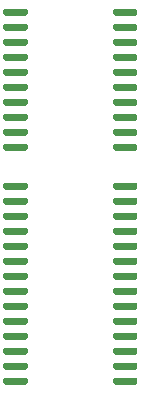
<source format=gbr>
%TF.GenerationSoftware,KiCad,Pcbnew,(5.1.12)-1*%
%TF.CreationDate,2023-02-10T19:32:18+01:00*%
%TF.ProjectId,bigrom,62696772-6f6d-42e6-9b69-6361645f7063,rev?*%
%TF.SameCoordinates,Original*%
%TF.FileFunction,Paste,Top*%
%TF.FilePolarity,Positive*%
%FSLAX46Y46*%
G04 Gerber Fmt 4.6, Leading zero omitted, Abs format (unit mm)*
G04 Created by KiCad (PCBNEW (5.1.12)-1) date 2023-02-10 19:32:18*
%MOMM*%
%LPD*%
G01*
G04 APERTURE LIST*
G04 APERTURE END LIST*
%TO.C,U2*%
G36*
G01*
X146925000Y-113395000D02*
X146925000Y-113095000D01*
G75*
G02*
X147075000Y-112945000I150000J0D01*
G01*
X148825000Y-112945000D01*
G75*
G02*
X148975000Y-113095000I0J-150000D01*
G01*
X148975000Y-113395000D01*
G75*
G02*
X148825000Y-113545000I-150000J0D01*
G01*
X147075000Y-113545000D01*
G75*
G02*
X146925000Y-113395000I0J150000D01*
G01*
G37*
G36*
G01*
X146925000Y-114665000D02*
X146925000Y-114365000D01*
G75*
G02*
X147075000Y-114215000I150000J0D01*
G01*
X148825000Y-114215000D01*
G75*
G02*
X148975000Y-114365000I0J-150000D01*
G01*
X148975000Y-114665000D01*
G75*
G02*
X148825000Y-114815000I-150000J0D01*
G01*
X147075000Y-114815000D01*
G75*
G02*
X146925000Y-114665000I0J150000D01*
G01*
G37*
G36*
G01*
X146925000Y-115935000D02*
X146925000Y-115635000D01*
G75*
G02*
X147075000Y-115485000I150000J0D01*
G01*
X148825000Y-115485000D01*
G75*
G02*
X148975000Y-115635000I0J-150000D01*
G01*
X148975000Y-115935000D01*
G75*
G02*
X148825000Y-116085000I-150000J0D01*
G01*
X147075000Y-116085000D01*
G75*
G02*
X146925000Y-115935000I0J150000D01*
G01*
G37*
G36*
G01*
X146925000Y-117205000D02*
X146925000Y-116905000D01*
G75*
G02*
X147075000Y-116755000I150000J0D01*
G01*
X148825000Y-116755000D01*
G75*
G02*
X148975000Y-116905000I0J-150000D01*
G01*
X148975000Y-117205000D01*
G75*
G02*
X148825000Y-117355000I-150000J0D01*
G01*
X147075000Y-117355000D01*
G75*
G02*
X146925000Y-117205000I0J150000D01*
G01*
G37*
G36*
G01*
X146925000Y-118475000D02*
X146925000Y-118175000D01*
G75*
G02*
X147075000Y-118025000I150000J0D01*
G01*
X148825000Y-118025000D01*
G75*
G02*
X148975000Y-118175000I0J-150000D01*
G01*
X148975000Y-118475000D01*
G75*
G02*
X148825000Y-118625000I-150000J0D01*
G01*
X147075000Y-118625000D01*
G75*
G02*
X146925000Y-118475000I0J150000D01*
G01*
G37*
G36*
G01*
X146925000Y-119745000D02*
X146925000Y-119445000D01*
G75*
G02*
X147075000Y-119295000I150000J0D01*
G01*
X148825000Y-119295000D01*
G75*
G02*
X148975000Y-119445000I0J-150000D01*
G01*
X148975000Y-119745000D01*
G75*
G02*
X148825000Y-119895000I-150000J0D01*
G01*
X147075000Y-119895000D01*
G75*
G02*
X146925000Y-119745000I0J150000D01*
G01*
G37*
G36*
G01*
X146925000Y-121015000D02*
X146925000Y-120715000D01*
G75*
G02*
X147075000Y-120565000I150000J0D01*
G01*
X148825000Y-120565000D01*
G75*
G02*
X148975000Y-120715000I0J-150000D01*
G01*
X148975000Y-121015000D01*
G75*
G02*
X148825000Y-121165000I-150000J0D01*
G01*
X147075000Y-121165000D01*
G75*
G02*
X146925000Y-121015000I0J150000D01*
G01*
G37*
G36*
G01*
X146925000Y-122285000D02*
X146925000Y-121985000D01*
G75*
G02*
X147075000Y-121835000I150000J0D01*
G01*
X148825000Y-121835000D01*
G75*
G02*
X148975000Y-121985000I0J-150000D01*
G01*
X148975000Y-122285000D01*
G75*
G02*
X148825000Y-122435000I-150000J0D01*
G01*
X147075000Y-122435000D01*
G75*
G02*
X146925000Y-122285000I0J150000D01*
G01*
G37*
G36*
G01*
X146925000Y-123555000D02*
X146925000Y-123255000D01*
G75*
G02*
X147075000Y-123105000I150000J0D01*
G01*
X148825000Y-123105000D01*
G75*
G02*
X148975000Y-123255000I0J-150000D01*
G01*
X148975000Y-123555000D01*
G75*
G02*
X148825000Y-123705000I-150000J0D01*
G01*
X147075000Y-123705000D01*
G75*
G02*
X146925000Y-123555000I0J150000D01*
G01*
G37*
G36*
G01*
X146925000Y-124825000D02*
X146925000Y-124525000D01*
G75*
G02*
X147075000Y-124375000I150000J0D01*
G01*
X148825000Y-124375000D01*
G75*
G02*
X148975000Y-124525000I0J-150000D01*
G01*
X148975000Y-124825000D01*
G75*
G02*
X148825000Y-124975000I-150000J0D01*
G01*
X147075000Y-124975000D01*
G75*
G02*
X146925000Y-124825000I0J150000D01*
G01*
G37*
G36*
G01*
X146925000Y-126095000D02*
X146925000Y-125795000D01*
G75*
G02*
X147075000Y-125645000I150000J0D01*
G01*
X148825000Y-125645000D01*
G75*
G02*
X148975000Y-125795000I0J-150000D01*
G01*
X148975000Y-126095000D01*
G75*
G02*
X148825000Y-126245000I-150000J0D01*
G01*
X147075000Y-126245000D01*
G75*
G02*
X146925000Y-126095000I0J150000D01*
G01*
G37*
G36*
G01*
X146925000Y-127365000D02*
X146925000Y-127065000D01*
G75*
G02*
X147075000Y-126915000I150000J0D01*
G01*
X148825000Y-126915000D01*
G75*
G02*
X148975000Y-127065000I0J-150000D01*
G01*
X148975000Y-127365000D01*
G75*
G02*
X148825000Y-127515000I-150000J0D01*
G01*
X147075000Y-127515000D01*
G75*
G02*
X146925000Y-127365000I0J150000D01*
G01*
G37*
G36*
G01*
X146925000Y-128635000D02*
X146925000Y-128335000D01*
G75*
G02*
X147075000Y-128185000I150000J0D01*
G01*
X148825000Y-128185000D01*
G75*
G02*
X148975000Y-128335000I0J-150000D01*
G01*
X148975000Y-128635000D01*
G75*
G02*
X148825000Y-128785000I-150000J0D01*
G01*
X147075000Y-128785000D01*
G75*
G02*
X146925000Y-128635000I0J150000D01*
G01*
G37*
G36*
G01*
X146925000Y-129905000D02*
X146925000Y-129605000D01*
G75*
G02*
X147075000Y-129455000I150000J0D01*
G01*
X148825000Y-129455000D01*
G75*
G02*
X148975000Y-129605000I0J-150000D01*
G01*
X148975000Y-129905000D01*
G75*
G02*
X148825000Y-130055000I-150000J0D01*
G01*
X147075000Y-130055000D01*
G75*
G02*
X146925000Y-129905000I0J150000D01*
G01*
G37*
G36*
G01*
X156225000Y-129905000D02*
X156225000Y-129605000D01*
G75*
G02*
X156375000Y-129455000I150000J0D01*
G01*
X158125000Y-129455000D01*
G75*
G02*
X158275000Y-129605000I0J-150000D01*
G01*
X158275000Y-129905000D01*
G75*
G02*
X158125000Y-130055000I-150000J0D01*
G01*
X156375000Y-130055000D01*
G75*
G02*
X156225000Y-129905000I0J150000D01*
G01*
G37*
G36*
G01*
X156225000Y-128635000D02*
X156225000Y-128335000D01*
G75*
G02*
X156375000Y-128185000I150000J0D01*
G01*
X158125000Y-128185000D01*
G75*
G02*
X158275000Y-128335000I0J-150000D01*
G01*
X158275000Y-128635000D01*
G75*
G02*
X158125000Y-128785000I-150000J0D01*
G01*
X156375000Y-128785000D01*
G75*
G02*
X156225000Y-128635000I0J150000D01*
G01*
G37*
G36*
G01*
X156225000Y-127365000D02*
X156225000Y-127065000D01*
G75*
G02*
X156375000Y-126915000I150000J0D01*
G01*
X158125000Y-126915000D01*
G75*
G02*
X158275000Y-127065000I0J-150000D01*
G01*
X158275000Y-127365000D01*
G75*
G02*
X158125000Y-127515000I-150000J0D01*
G01*
X156375000Y-127515000D01*
G75*
G02*
X156225000Y-127365000I0J150000D01*
G01*
G37*
G36*
G01*
X156225000Y-126095000D02*
X156225000Y-125795000D01*
G75*
G02*
X156375000Y-125645000I150000J0D01*
G01*
X158125000Y-125645000D01*
G75*
G02*
X158275000Y-125795000I0J-150000D01*
G01*
X158275000Y-126095000D01*
G75*
G02*
X158125000Y-126245000I-150000J0D01*
G01*
X156375000Y-126245000D01*
G75*
G02*
X156225000Y-126095000I0J150000D01*
G01*
G37*
G36*
G01*
X156225000Y-124825000D02*
X156225000Y-124525000D01*
G75*
G02*
X156375000Y-124375000I150000J0D01*
G01*
X158125000Y-124375000D01*
G75*
G02*
X158275000Y-124525000I0J-150000D01*
G01*
X158275000Y-124825000D01*
G75*
G02*
X158125000Y-124975000I-150000J0D01*
G01*
X156375000Y-124975000D01*
G75*
G02*
X156225000Y-124825000I0J150000D01*
G01*
G37*
G36*
G01*
X156225000Y-123555000D02*
X156225000Y-123255000D01*
G75*
G02*
X156375000Y-123105000I150000J0D01*
G01*
X158125000Y-123105000D01*
G75*
G02*
X158275000Y-123255000I0J-150000D01*
G01*
X158275000Y-123555000D01*
G75*
G02*
X158125000Y-123705000I-150000J0D01*
G01*
X156375000Y-123705000D01*
G75*
G02*
X156225000Y-123555000I0J150000D01*
G01*
G37*
G36*
G01*
X156225000Y-122285000D02*
X156225000Y-121985000D01*
G75*
G02*
X156375000Y-121835000I150000J0D01*
G01*
X158125000Y-121835000D01*
G75*
G02*
X158275000Y-121985000I0J-150000D01*
G01*
X158275000Y-122285000D01*
G75*
G02*
X158125000Y-122435000I-150000J0D01*
G01*
X156375000Y-122435000D01*
G75*
G02*
X156225000Y-122285000I0J150000D01*
G01*
G37*
G36*
G01*
X156225000Y-121015000D02*
X156225000Y-120715000D01*
G75*
G02*
X156375000Y-120565000I150000J0D01*
G01*
X158125000Y-120565000D01*
G75*
G02*
X158275000Y-120715000I0J-150000D01*
G01*
X158275000Y-121015000D01*
G75*
G02*
X158125000Y-121165000I-150000J0D01*
G01*
X156375000Y-121165000D01*
G75*
G02*
X156225000Y-121015000I0J150000D01*
G01*
G37*
G36*
G01*
X156225000Y-119745000D02*
X156225000Y-119445000D01*
G75*
G02*
X156375000Y-119295000I150000J0D01*
G01*
X158125000Y-119295000D01*
G75*
G02*
X158275000Y-119445000I0J-150000D01*
G01*
X158275000Y-119745000D01*
G75*
G02*
X158125000Y-119895000I-150000J0D01*
G01*
X156375000Y-119895000D01*
G75*
G02*
X156225000Y-119745000I0J150000D01*
G01*
G37*
G36*
G01*
X156225000Y-118475000D02*
X156225000Y-118175000D01*
G75*
G02*
X156375000Y-118025000I150000J0D01*
G01*
X158125000Y-118025000D01*
G75*
G02*
X158275000Y-118175000I0J-150000D01*
G01*
X158275000Y-118475000D01*
G75*
G02*
X158125000Y-118625000I-150000J0D01*
G01*
X156375000Y-118625000D01*
G75*
G02*
X156225000Y-118475000I0J150000D01*
G01*
G37*
G36*
G01*
X156225000Y-117205000D02*
X156225000Y-116905000D01*
G75*
G02*
X156375000Y-116755000I150000J0D01*
G01*
X158125000Y-116755000D01*
G75*
G02*
X158275000Y-116905000I0J-150000D01*
G01*
X158275000Y-117205000D01*
G75*
G02*
X158125000Y-117355000I-150000J0D01*
G01*
X156375000Y-117355000D01*
G75*
G02*
X156225000Y-117205000I0J150000D01*
G01*
G37*
G36*
G01*
X156225000Y-115935000D02*
X156225000Y-115635000D01*
G75*
G02*
X156375000Y-115485000I150000J0D01*
G01*
X158125000Y-115485000D01*
G75*
G02*
X158275000Y-115635000I0J-150000D01*
G01*
X158275000Y-115935000D01*
G75*
G02*
X158125000Y-116085000I-150000J0D01*
G01*
X156375000Y-116085000D01*
G75*
G02*
X156225000Y-115935000I0J150000D01*
G01*
G37*
G36*
G01*
X156225000Y-114665000D02*
X156225000Y-114365000D01*
G75*
G02*
X156375000Y-114215000I150000J0D01*
G01*
X158125000Y-114215000D01*
G75*
G02*
X158275000Y-114365000I0J-150000D01*
G01*
X158275000Y-114665000D01*
G75*
G02*
X158125000Y-114815000I-150000J0D01*
G01*
X156375000Y-114815000D01*
G75*
G02*
X156225000Y-114665000I0J150000D01*
G01*
G37*
G36*
G01*
X156225000Y-113395000D02*
X156225000Y-113095000D01*
G75*
G02*
X156375000Y-112945000I150000J0D01*
G01*
X158125000Y-112945000D01*
G75*
G02*
X158275000Y-113095000I0J-150000D01*
G01*
X158275000Y-113395000D01*
G75*
G02*
X158125000Y-113545000I-150000J0D01*
G01*
X156375000Y-113545000D01*
G75*
G02*
X156225000Y-113395000I0J150000D01*
G01*
G37*
%TD*%
%TO.C,U1*%
G36*
G01*
X146925000Y-98685000D02*
X146925000Y-98385000D01*
G75*
G02*
X147075000Y-98235000I150000J0D01*
G01*
X148825000Y-98235000D01*
G75*
G02*
X148975000Y-98385000I0J-150000D01*
G01*
X148975000Y-98685000D01*
G75*
G02*
X148825000Y-98835000I-150000J0D01*
G01*
X147075000Y-98835000D01*
G75*
G02*
X146925000Y-98685000I0J150000D01*
G01*
G37*
G36*
G01*
X146925000Y-99955000D02*
X146925000Y-99655000D01*
G75*
G02*
X147075000Y-99505000I150000J0D01*
G01*
X148825000Y-99505000D01*
G75*
G02*
X148975000Y-99655000I0J-150000D01*
G01*
X148975000Y-99955000D01*
G75*
G02*
X148825000Y-100105000I-150000J0D01*
G01*
X147075000Y-100105000D01*
G75*
G02*
X146925000Y-99955000I0J150000D01*
G01*
G37*
G36*
G01*
X146925000Y-101225000D02*
X146925000Y-100925000D01*
G75*
G02*
X147075000Y-100775000I150000J0D01*
G01*
X148825000Y-100775000D01*
G75*
G02*
X148975000Y-100925000I0J-150000D01*
G01*
X148975000Y-101225000D01*
G75*
G02*
X148825000Y-101375000I-150000J0D01*
G01*
X147075000Y-101375000D01*
G75*
G02*
X146925000Y-101225000I0J150000D01*
G01*
G37*
G36*
G01*
X146925000Y-102495000D02*
X146925000Y-102195000D01*
G75*
G02*
X147075000Y-102045000I150000J0D01*
G01*
X148825000Y-102045000D01*
G75*
G02*
X148975000Y-102195000I0J-150000D01*
G01*
X148975000Y-102495000D01*
G75*
G02*
X148825000Y-102645000I-150000J0D01*
G01*
X147075000Y-102645000D01*
G75*
G02*
X146925000Y-102495000I0J150000D01*
G01*
G37*
G36*
G01*
X146925000Y-103765000D02*
X146925000Y-103465000D01*
G75*
G02*
X147075000Y-103315000I150000J0D01*
G01*
X148825000Y-103315000D01*
G75*
G02*
X148975000Y-103465000I0J-150000D01*
G01*
X148975000Y-103765000D01*
G75*
G02*
X148825000Y-103915000I-150000J0D01*
G01*
X147075000Y-103915000D01*
G75*
G02*
X146925000Y-103765000I0J150000D01*
G01*
G37*
G36*
G01*
X146925000Y-105035000D02*
X146925000Y-104735000D01*
G75*
G02*
X147075000Y-104585000I150000J0D01*
G01*
X148825000Y-104585000D01*
G75*
G02*
X148975000Y-104735000I0J-150000D01*
G01*
X148975000Y-105035000D01*
G75*
G02*
X148825000Y-105185000I-150000J0D01*
G01*
X147075000Y-105185000D01*
G75*
G02*
X146925000Y-105035000I0J150000D01*
G01*
G37*
G36*
G01*
X146925000Y-106305000D02*
X146925000Y-106005000D01*
G75*
G02*
X147075000Y-105855000I150000J0D01*
G01*
X148825000Y-105855000D01*
G75*
G02*
X148975000Y-106005000I0J-150000D01*
G01*
X148975000Y-106305000D01*
G75*
G02*
X148825000Y-106455000I-150000J0D01*
G01*
X147075000Y-106455000D01*
G75*
G02*
X146925000Y-106305000I0J150000D01*
G01*
G37*
G36*
G01*
X146925000Y-107575000D02*
X146925000Y-107275000D01*
G75*
G02*
X147075000Y-107125000I150000J0D01*
G01*
X148825000Y-107125000D01*
G75*
G02*
X148975000Y-107275000I0J-150000D01*
G01*
X148975000Y-107575000D01*
G75*
G02*
X148825000Y-107725000I-150000J0D01*
G01*
X147075000Y-107725000D01*
G75*
G02*
X146925000Y-107575000I0J150000D01*
G01*
G37*
G36*
G01*
X146925000Y-108845000D02*
X146925000Y-108545000D01*
G75*
G02*
X147075000Y-108395000I150000J0D01*
G01*
X148825000Y-108395000D01*
G75*
G02*
X148975000Y-108545000I0J-150000D01*
G01*
X148975000Y-108845000D01*
G75*
G02*
X148825000Y-108995000I-150000J0D01*
G01*
X147075000Y-108995000D01*
G75*
G02*
X146925000Y-108845000I0J150000D01*
G01*
G37*
G36*
G01*
X146925000Y-110115000D02*
X146925000Y-109815000D01*
G75*
G02*
X147075000Y-109665000I150000J0D01*
G01*
X148825000Y-109665000D01*
G75*
G02*
X148975000Y-109815000I0J-150000D01*
G01*
X148975000Y-110115000D01*
G75*
G02*
X148825000Y-110265000I-150000J0D01*
G01*
X147075000Y-110265000D01*
G75*
G02*
X146925000Y-110115000I0J150000D01*
G01*
G37*
G36*
G01*
X156225000Y-110115000D02*
X156225000Y-109815000D01*
G75*
G02*
X156375000Y-109665000I150000J0D01*
G01*
X158125000Y-109665000D01*
G75*
G02*
X158275000Y-109815000I0J-150000D01*
G01*
X158275000Y-110115000D01*
G75*
G02*
X158125000Y-110265000I-150000J0D01*
G01*
X156375000Y-110265000D01*
G75*
G02*
X156225000Y-110115000I0J150000D01*
G01*
G37*
G36*
G01*
X156225000Y-108845000D02*
X156225000Y-108545000D01*
G75*
G02*
X156375000Y-108395000I150000J0D01*
G01*
X158125000Y-108395000D01*
G75*
G02*
X158275000Y-108545000I0J-150000D01*
G01*
X158275000Y-108845000D01*
G75*
G02*
X158125000Y-108995000I-150000J0D01*
G01*
X156375000Y-108995000D01*
G75*
G02*
X156225000Y-108845000I0J150000D01*
G01*
G37*
G36*
G01*
X156225000Y-107575000D02*
X156225000Y-107275000D01*
G75*
G02*
X156375000Y-107125000I150000J0D01*
G01*
X158125000Y-107125000D01*
G75*
G02*
X158275000Y-107275000I0J-150000D01*
G01*
X158275000Y-107575000D01*
G75*
G02*
X158125000Y-107725000I-150000J0D01*
G01*
X156375000Y-107725000D01*
G75*
G02*
X156225000Y-107575000I0J150000D01*
G01*
G37*
G36*
G01*
X156225000Y-106305000D02*
X156225000Y-106005000D01*
G75*
G02*
X156375000Y-105855000I150000J0D01*
G01*
X158125000Y-105855000D01*
G75*
G02*
X158275000Y-106005000I0J-150000D01*
G01*
X158275000Y-106305000D01*
G75*
G02*
X158125000Y-106455000I-150000J0D01*
G01*
X156375000Y-106455000D01*
G75*
G02*
X156225000Y-106305000I0J150000D01*
G01*
G37*
G36*
G01*
X156225000Y-105035000D02*
X156225000Y-104735000D01*
G75*
G02*
X156375000Y-104585000I150000J0D01*
G01*
X158125000Y-104585000D01*
G75*
G02*
X158275000Y-104735000I0J-150000D01*
G01*
X158275000Y-105035000D01*
G75*
G02*
X158125000Y-105185000I-150000J0D01*
G01*
X156375000Y-105185000D01*
G75*
G02*
X156225000Y-105035000I0J150000D01*
G01*
G37*
G36*
G01*
X156225000Y-103765000D02*
X156225000Y-103465000D01*
G75*
G02*
X156375000Y-103315000I150000J0D01*
G01*
X158125000Y-103315000D01*
G75*
G02*
X158275000Y-103465000I0J-150000D01*
G01*
X158275000Y-103765000D01*
G75*
G02*
X158125000Y-103915000I-150000J0D01*
G01*
X156375000Y-103915000D01*
G75*
G02*
X156225000Y-103765000I0J150000D01*
G01*
G37*
G36*
G01*
X156225000Y-102495000D02*
X156225000Y-102195000D01*
G75*
G02*
X156375000Y-102045000I150000J0D01*
G01*
X158125000Y-102045000D01*
G75*
G02*
X158275000Y-102195000I0J-150000D01*
G01*
X158275000Y-102495000D01*
G75*
G02*
X158125000Y-102645000I-150000J0D01*
G01*
X156375000Y-102645000D01*
G75*
G02*
X156225000Y-102495000I0J150000D01*
G01*
G37*
G36*
G01*
X156225000Y-101225000D02*
X156225000Y-100925000D01*
G75*
G02*
X156375000Y-100775000I150000J0D01*
G01*
X158125000Y-100775000D01*
G75*
G02*
X158275000Y-100925000I0J-150000D01*
G01*
X158275000Y-101225000D01*
G75*
G02*
X158125000Y-101375000I-150000J0D01*
G01*
X156375000Y-101375000D01*
G75*
G02*
X156225000Y-101225000I0J150000D01*
G01*
G37*
G36*
G01*
X156225000Y-99955000D02*
X156225000Y-99655000D01*
G75*
G02*
X156375000Y-99505000I150000J0D01*
G01*
X158125000Y-99505000D01*
G75*
G02*
X158275000Y-99655000I0J-150000D01*
G01*
X158275000Y-99955000D01*
G75*
G02*
X158125000Y-100105000I-150000J0D01*
G01*
X156375000Y-100105000D01*
G75*
G02*
X156225000Y-99955000I0J150000D01*
G01*
G37*
G36*
G01*
X156225000Y-98685000D02*
X156225000Y-98385000D01*
G75*
G02*
X156375000Y-98235000I150000J0D01*
G01*
X158125000Y-98235000D01*
G75*
G02*
X158275000Y-98385000I0J-150000D01*
G01*
X158275000Y-98685000D01*
G75*
G02*
X158125000Y-98835000I-150000J0D01*
G01*
X156375000Y-98835000D01*
G75*
G02*
X156225000Y-98685000I0J150000D01*
G01*
G37*
%TD*%
M02*

</source>
